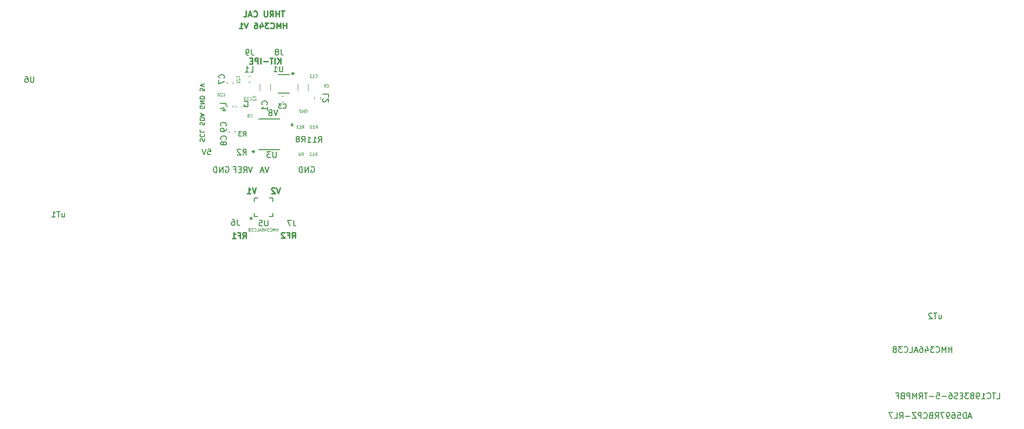
<source format=gbr>
%TF.GenerationSoftware,KiCad,Pcbnew,5.1.5-52549c5~84~ubuntu18.04.1*%
%TF.CreationDate,2020-02-04T18:59:04+01:00*%
%TF.ProjectId,HMC_RF_IPE,484d435f-5246-45f4-9950-452e6b696361,rev?*%
%TF.SameCoordinates,Original*%
%TF.FileFunction,Legend,Bot*%
%TF.FilePolarity,Positive*%
%FSLAX46Y46*%
G04 Gerber Fmt 4.6, Leading zero omitted, Abs format (unit mm)*
G04 Created by KiCad (PCBNEW 5.1.5-52549c5~84~ubuntu18.04.1) date 2020-02-04 18:59:04*
%MOMM*%
%LPD*%
G04 APERTURE LIST*
%ADD10C,0.250000*%
%ADD11C,0.200000*%
%ADD12C,0.125000*%
%ADD13C,0.152400*%
%ADD14C,0.120000*%
%ADD15C,0.150000*%
G04 APERTURE END LIST*
D10*
X141052933Y-89035580D02*
X140719600Y-90035580D01*
X140386267Y-89035580D01*
X139529124Y-90035580D02*
X140100552Y-90035580D01*
X139814838Y-90035580D02*
X139814838Y-89035580D01*
X139910076Y-89178438D01*
X140005314Y-89273676D01*
X140100552Y-89321295D01*
X145262933Y-88985580D02*
X144929600Y-89985580D01*
X144596267Y-88985580D01*
X144310552Y-89080819D02*
X144262933Y-89033200D01*
X144167695Y-88985580D01*
X143929600Y-88985580D01*
X143834362Y-89033200D01*
X143786743Y-89080819D01*
X143739124Y-89176057D01*
X143739124Y-89271295D01*
X143786743Y-89414152D01*
X144358171Y-89985580D01*
X143739124Y-89985580D01*
X146344838Y-61335580D02*
X146344838Y-60335580D01*
X146344838Y-60811771D02*
X145773410Y-60811771D01*
X145773410Y-61335580D02*
X145773410Y-60335580D01*
X145297219Y-61335580D02*
X145297219Y-60335580D01*
X144963886Y-61049866D01*
X144630552Y-60335580D01*
X144630552Y-61335580D01*
X143582933Y-61240342D02*
X143630552Y-61287961D01*
X143773410Y-61335580D01*
X143868648Y-61335580D01*
X144011505Y-61287961D01*
X144106743Y-61192723D01*
X144154362Y-61097485D01*
X144201981Y-60907009D01*
X144201981Y-60764152D01*
X144154362Y-60573676D01*
X144106743Y-60478438D01*
X144011505Y-60383200D01*
X143868648Y-60335580D01*
X143773410Y-60335580D01*
X143630552Y-60383200D01*
X143582933Y-60430819D01*
X143249600Y-60335580D02*
X142630552Y-60335580D01*
X142963886Y-60716533D01*
X142821029Y-60716533D01*
X142725790Y-60764152D01*
X142678171Y-60811771D01*
X142630552Y-60907009D01*
X142630552Y-61145104D01*
X142678171Y-61240342D01*
X142725790Y-61287961D01*
X142821029Y-61335580D01*
X143106743Y-61335580D01*
X143201981Y-61287961D01*
X143249600Y-61240342D01*
X141773410Y-60668914D02*
X141773410Y-61335580D01*
X142011505Y-60287961D02*
X142249600Y-61002247D01*
X141630552Y-61002247D01*
X140821029Y-60335580D02*
X141011505Y-60335580D01*
X141106743Y-60383200D01*
X141154362Y-60430819D01*
X141249600Y-60573676D01*
X141297219Y-60764152D01*
X141297219Y-61145104D01*
X141249600Y-61240342D01*
X141201981Y-61287961D01*
X141106743Y-61335580D01*
X140916267Y-61335580D01*
X140821029Y-61287961D01*
X140773410Y-61240342D01*
X140725790Y-61145104D01*
X140725790Y-60907009D01*
X140773410Y-60811771D01*
X140821029Y-60764152D01*
X140916267Y-60716533D01*
X141106743Y-60716533D01*
X141201981Y-60764152D01*
X141249600Y-60811771D01*
X141297219Y-60907009D01*
X139678171Y-60335580D02*
X139344838Y-61335580D01*
X139011505Y-60335580D01*
X138154362Y-61335580D02*
X138725790Y-61335580D01*
X138440076Y-61335580D02*
X138440076Y-60335580D01*
X138535314Y-60478438D01*
X138630552Y-60573676D01*
X138725790Y-60621295D01*
X145333886Y-67485580D02*
X145333886Y-66485580D01*
X144762457Y-67485580D02*
X145191029Y-66914152D01*
X144762457Y-66485580D02*
X145333886Y-67057009D01*
X144333886Y-67485580D02*
X144333886Y-66485580D01*
X144000552Y-66485580D02*
X143429124Y-66485580D01*
X143714838Y-67485580D02*
X143714838Y-66485580D01*
X143095790Y-67104628D02*
X142333886Y-67104628D01*
X141857695Y-67485580D02*
X141857695Y-66485580D01*
X141381505Y-67485580D02*
X141381505Y-66485580D01*
X141000552Y-66485580D01*
X140905314Y-66533200D01*
X140857695Y-66580819D01*
X140810076Y-66676057D01*
X140810076Y-66818914D01*
X140857695Y-66914152D01*
X140905314Y-66961771D01*
X141000552Y-67009390D01*
X141381505Y-67009390D01*
X140381505Y-66961771D02*
X140048171Y-66961771D01*
X139905314Y-67485580D02*
X140381505Y-67485580D01*
X140381505Y-66485580D01*
X139905314Y-66485580D01*
X145971029Y-58295580D02*
X145399600Y-58295580D01*
X145685314Y-59295580D02*
X145685314Y-58295580D01*
X145066267Y-59295580D02*
X145066267Y-58295580D01*
X145066267Y-58771771D02*
X144494838Y-58771771D01*
X144494838Y-59295580D02*
X144494838Y-58295580D01*
X143447219Y-59295580D02*
X143780552Y-58819390D01*
X144018648Y-59295580D02*
X144018648Y-58295580D01*
X143637695Y-58295580D01*
X143542457Y-58343200D01*
X143494838Y-58390819D01*
X143447219Y-58486057D01*
X143447219Y-58628914D01*
X143494838Y-58724152D01*
X143542457Y-58771771D01*
X143637695Y-58819390D01*
X144018648Y-58819390D01*
X143018648Y-58295580D02*
X143018648Y-59105104D01*
X142971029Y-59200342D01*
X142923410Y-59247961D01*
X142828171Y-59295580D01*
X142637695Y-59295580D01*
X142542457Y-59247961D01*
X142494838Y-59200342D01*
X142447219Y-59105104D01*
X142447219Y-58295580D01*
X140637695Y-59200342D02*
X140685314Y-59247961D01*
X140828171Y-59295580D01*
X140923410Y-59295580D01*
X141066267Y-59247961D01*
X141161505Y-59152723D01*
X141209124Y-59057485D01*
X141256743Y-58867009D01*
X141256743Y-58724152D01*
X141209124Y-58533676D01*
X141161505Y-58438438D01*
X141066267Y-58343200D01*
X140923410Y-58295580D01*
X140828171Y-58295580D01*
X140685314Y-58343200D01*
X140637695Y-58390819D01*
X140256743Y-59009866D02*
X139780552Y-59009866D01*
X140351981Y-59295580D02*
X140018648Y-58295580D01*
X139685314Y-59295580D01*
X138875790Y-59295580D02*
X139351981Y-59295580D01*
X139351981Y-58295580D01*
D11*
X131399600Y-80911295D02*
X131361505Y-80797009D01*
X131361505Y-80606533D01*
X131399600Y-80530342D01*
X131437695Y-80492247D01*
X131513886Y-80454152D01*
X131590076Y-80454152D01*
X131666267Y-80492247D01*
X131704362Y-80530342D01*
X131742457Y-80606533D01*
X131780552Y-80758914D01*
X131818648Y-80835104D01*
X131856743Y-80873200D01*
X131932933Y-80911295D01*
X132009124Y-80911295D01*
X132085314Y-80873200D01*
X132123410Y-80835104D01*
X132161505Y-80758914D01*
X132161505Y-80568438D01*
X132123410Y-80454152D01*
X131437695Y-79654152D02*
X131399600Y-79692247D01*
X131361505Y-79806533D01*
X131361505Y-79882723D01*
X131399600Y-79997009D01*
X131475790Y-80073200D01*
X131551981Y-80111295D01*
X131704362Y-80149390D01*
X131818648Y-80149390D01*
X131971029Y-80111295D01*
X132047219Y-80073200D01*
X132123410Y-79997009D01*
X132161505Y-79882723D01*
X132161505Y-79806533D01*
X132123410Y-79692247D01*
X132085314Y-79654152D01*
X131361505Y-78930342D02*
X131361505Y-79311295D01*
X132161505Y-79311295D01*
X131399600Y-78092247D02*
X131361505Y-77977961D01*
X131361505Y-77787485D01*
X131399600Y-77711295D01*
X131437695Y-77673200D01*
X131513886Y-77635104D01*
X131590076Y-77635104D01*
X131666267Y-77673200D01*
X131704362Y-77711295D01*
X131742457Y-77787485D01*
X131780552Y-77939866D01*
X131818648Y-78016057D01*
X131856743Y-78054152D01*
X131932933Y-78092247D01*
X132009124Y-78092247D01*
X132085314Y-78054152D01*
X132123410Y-78016057D01*
X132161505Y-77939866D01*
X132161505Y-77749390D01*
X132123410Y-77635104D01*
X131361505Y-77292247D02*
X132161505Y-77292247D01*
X132161505Y-77101771D01*
X132123410Y-76987485D01*
X132047219Y-76911295D01*
X131971029Y-76873200D01*
X131818648Y-76835104D01*
X131704362Y-76835104D01*
X131551981Y-76873200D01*
X131475790Y-76911295D01*
X131399600Y-76987485D01*
X131361505Y-77101771D01*
X131361505Y-77292247D01*
X131590076Y-76530342D02*
X131590076Y-76149390D01*
X131361505Y-76606533D02*
X132161505Y-76339866D01*
X131361505Y-76073200D01*
X132123410Y-74777961D02*
X132161505Y-74854152D01*
X132161505Y-74968438D01*
X132123410Y-75082723D01*
X132047219Y-75158914D01*
X131971029Y-75197009D01*
X131818648Y-75235104D01*
X131704362Y-75235104D01*
X131551981Y-75197009D01*
X131475790Y-75158914D01*
X131399600Y-75082723D01*
X131361505Y-74968438D01*
X131361505Y-74892247D01*
X131399600Y-74777961D01*
X131437695Y-74739866D01*
X131704362Y-74739866D01*
X131704362Y-74892247D01*
X131361505Y-74397009D02*
X132161505Y-74397009D01*
X131361505Y-73939866D01*
X132161505Y-73939866D01*
X131361505Y-73558914D02*
X132161505Y-73558914D01*
X132161505Y-73368438D01*
X132123410Y-73254152D01*
X132047219Y-73177961D01*
X131971029Y-73139866D01*
X131818648Y-73101771D01*
X131704362Y-73101771D01*
X131551981Y-73139866D01*
X131475790Y-73177961D01*
X131399600Y-73254152D01*
X131361505Y-73368438D01*
X131361505Y-73558914D01*
X132161505Y-71768438D02*
X132161505Y-72149390D01*
X131780552Y-72187485D01*
X131818648Y-72149390D01*
X131856743Y-72073200D01*
X131856743Y-71882723D01*
X131818648Y-71806533D01*
X131780552Y-71768438D01*
X131704362Y-71730342D01*
X131513886Y-71730342D01*
X131437695Y-71768438D01*
X131399600Y-71806533D01*
X131361505Y-71882723D01*
X131361505Y-72073200D01*
X131399600Y-72149390D01*
X131437695Y-72187485D01*
X132161505Y-71501771D02*
X131361505Y-71235104D01*
X132161505Y-70968438D01*
D12*
X144861029Y-96539390D02*
X144861029Y-96039390D01*
X144861029Y-96277485D02*
X144575314Y-96277485D01*
X144575314Y-96539390D02*
X144575314Y-96039390D01*
X144337219Y-96539390D02*
X144337219Y-96039390D01*
X144170552Y-96396533D01*
X144003886Y-96039390D01*
X144003886Y-96539390D01*
X143480076Y-96491771D02*
X143503886Y-96515580D01*
X143575314Y-96539390D01*
X143622933Y-96539390D01*
X143694362Y-96515580D01*
X143741981Y-96467961D01*
X143765790Y-96420342D01*
X143789600Y-96325104D01*
X143789600Y-96253676D01*
X143765790Y-96158438D01*
X143741981Y-96110819D01*
X143694362Y-96063200D01*
X143622933Y-96039390D01*
X143575314Y-96039390D01*
X143503886Y-96063200D01*
X143480076Y-96087009D01*
X143313410Y-96039390D02*
X143003886Y-96039390D01*
X143170552Y-96229866D01*
X143099124Y-96229866D01*
X143051505Y-96253676D01*
X143027695Y-96277485D01*
X143003886Y-96325104D01*
X143003886Y-96444152D01*
X143027695Y-96491771D01*
X143051505Y-96515580D01*
X143099124Y-96539390D01*
X143241981Y-96539390D01*
X143289600Y-96515580D01*
X143313410Y-96491771D01*
X142575314Y-96206057D02*
X142575314Y-96539390D01*
X142694362Y-96015580D02*
X142813410Y-96372723D01*
X142503886Y-96372723D01*
X142099124Y-96039390D02*
X142194362Y-96039390D01*
X142241981Y-96063200D01*
X142265790Y-96087009D01*
X142313410Y-96158438D01*
X142337219Y-96253676D01*
X142337219Y-96444152D01*
X142313410Y-96491771D01*
X142289600Y-96515580D01*
X142241981Y-96539390D01*
X142146743Y-96539390D01*
X142099124Y-96515580D01*
X142075314Y-96491771D01*
X142051505Y-96444152D01*
X142051505Y-96325104D01*
X142075314Y-96277485D01*
X142099124Y-96253676D01*
X142146743Y-96229866D01*
X142241981Y-96229866D01*
X142289600Y-96253676D01*
X142313410Y-96277485D01*
X142337219Y-96325104D01*
X141861029Y-96396533D02*
X141622933Y-96396533D01*
X141908648Y-96539390D02*
X141741981Y-96039390D01*
X141575314Y-96539390D01*
X141170552Y-96539390D02*
X141408648Y-96539390D01*
X141408648Y-96039390D01*
X140718171Y-96491771D02*
X140741981Y-96515580D01*
X140813410Y-96539390D01*
X140861029Y-96539390D01*
X140932457Y-96515580D01*
X140980076Y-96467961D01*
X141003886Y-96420342D01*
X141027695Y-96325104D01*
X141027695Y-96253676D01*
X141003886Y-96158438D01*
X140980076Y-96110819D01*
X140932457Y-96063200D01*
X140861029Y-96039390D01*
X140813410Y-96039390D01*
X140741981Y-96063200D01*
X140718171Y-96087009D01*
X140551505Y-96039390D02*
X140241981Y-96039390D01*
X140408648Y-96229866D01*
X140337219Y-96229866D01*
X140289600Y-96253676D01*
X140265790Y-96277485D01*
X140241981Y-96325104D01*
X140241981Y-96444152D01*
X140265790Y-96491771D01*
X140289600Y-96515580D01*
X140337219Y-96539390D01*
X140480076Y-96539390D01*
X140527695Y-96515580D01*
X140551505Y-96491771D01*
X139861029Y-96277485D02*
X139789600Y-96301295D01*
X139765790Y-96325104D01*
X139741981Y-96372723D01*
X139741981Y-96444152D01*
X139765790Y-96491771D01*
X139789600Y-96515580D01*
X139837219Y-96539390D01*
X140027695Y-96539390D01*
X140027695Y-96039390D01*
X139861029Y-96039390D01*
X139813410Y-96063200D01*
X139789600Y-96087009D01*
X139765790Y-96134628D01*
X139765790Y-96182247D01*
X139789600Y-96229866D01*
X139813410Y-96253676D01*
X139861029Y-96277485D01*
X140027695Y-96277485D01*
D10*
X138748648Y-97775580D02*
X139081981Y-97299390D01*
X139320076Y-97775580D02*
X139320076Y-96775580D01*
X138939124Y-96775580D01*
X138843886Y-96823200D01*
X138796267Y-96870819D01*
X138748648Y-96966057D01*
X138748648Y-97108914D01*
X138796267Y-97204152D01*
X138843886Y-97251771D01*
X138939124Y-97299390D01*
X139320076Y-97299390D01*
X137986743Y-97251771D02*
X138320076Y-97251771D01*
X138320076Y-97775580D02*
X138320076Y-96775580D01*
X137843886Y-96775580D01*
X136939124Y-97775580D02*
X137510552Y-97775580D01*
X137224838Y-97775580D02*
X137224838Y-96775580D01*
X137320076Y-96918438D01*
X137415314Y-97013676D01*
X137510552Y-97061295D01*
X147258648Y-97755580D02*
X147591981Y-97279390D01*
X147830076Y-97755580D02*
X147830076Y-96755580D01*
X147449124Y-96755580D01*
X147353886Y-96803200D01*
X147306267Y-96850819D01*
X147258648Y-96946057D01*
X147258648Y-97088914D01*
X147306267Y-97184152D01*
X147353886Y-97231771D01*
X147449124Y-97279390D01*
X147830076Y-97279390D01*
X146496743Y-97231771D02*
X146830076Y-97231771D01*
X146830076Y-97755580D02*
X146830076Y-96755580D01*
X146353886Y-96755580D01*
X146020552Y-96850819D02*
X145972933Y-96803200D01*
X145877695Y-96755580D01*
X145639600Y-96755580D01*
X145544362Y-96803200D01*
X145496743Y-96850819D01*
X145449124Y-96946057D01*
X145449124Y-97041295D01*
X145496743Y-97184152D01*
X146068171Y-97755580D01*
X145449124Y-97755580D01*
D13*
%TO.C,U5*%
X140746410Y-90746200D02*
X141388271Y-90746200D01*
X144000410Y-90746200D02*
X144000410Y-91388061D01*
X144000410Y-94000200D02*
X143358549Y-94000200D01*
X140746410Y-94000200D02*
X140746410Y-93358339D01*
X141388271Y-94000200D02*
X140746410Y-94000200D01*
X140746410Y-91388061D02*
X140746410Y-90746200D01*
X143358549Y-90746200D02*
X144000410Y-90746200D01*
X144000410Y-93358339D02*
X144000410Y-94000200D01*
D14*
%TO.C,C12*%
X150113410Y-70931136D02*
X150113410Y-72135264D01*
X148293410Y-70931136D02*
X148293410Y-72135264D01*
%TO.C,L2*%
X151203410Y-73575979D02*
X151203410Y-73250421D01*
X152223410Y-73575979D02*
X152223410Y-73250421D01*
%TO.C,L1*%
X139720631Y-70625700D02*
X140046189Y-70625700D01*
X139720631Y-69605700D02*
X140046189Y-69605700D01*
%TO.C,L4*%
X137053410Y-74720421D02*
X137053410Y-75045979D01*
X136033410Y-74720421D02*
X136033410Y-75045979D01*
%TO.C,L3*%
X138593410Y-74730421D02*
X138593410Y-75055979D01*
X137573410Y-74730421D02*
X137573410Y-75055979D01*
D13*
%TO.C,U3*%
X147161410Y-78280699D02*
X147415410Y-78280699D01*
X147161410Y-77899699D02*
X147161410Y-78280699D01*
X147415410Y-77899699D02*
X147161410Y-77899699D01*
X147415410Y-78280699D02*
X147415410Y-77899699D01*
X145190834Y-82394900D02*
X141511986Y-82394900D01*
X141511986Y-77035500D02*
X145190834Y-77035500D01*
D14*
%TO.C,C1*%
X143523410Y-70941136D02*
X143523410Y-72145264D01*
X141703410Y-70941136D02*
X141703410Y-72145264D01*
D13*
%TO.C,U1*%
X144890110Y-69388400D02*
X146896710Y-69388400D01*
X146896710Y-72538000D02*
X144890110Y-72538000D01*
D14*
%TO.C,C3*%
X145826189Y-74093200D02*
X145500631Y-74093200D01*
X145826189Y-73073200D02*
X145500631Y-73073200D01*
%TO.C,C7*%
X136023410Y-70935979D02*
X136023410Y-70610421D01*
X137043410Y-70935979D02*
X137043410Y-70610421D01*
%TO.C,C8*%
X137413410Y-79060421D02*
X137413410Y-79385979D01*
X136393410Y-79060421D02*
X136393410Y-79385979D01*
%TO.C,uT1*%
D15*
X107406267Y-93438914D02*
X107406267Y-94105580D01*
X107834838Y-93438914D02*
X107834838Y-93962723D01*
X107787219Y-94057961D01*
X107691981Y-94105580D01*
X107549124Y-94105580D01*
X107453886Y-94057961D01*
X107406267Y-94010342D01*
X107072933Y-93105580D02*
X106501505Y-93105580D01*
X106787219Y-94105580D02*
X106787219Y-93105580D01*
X105644362Y-94105580D02*
X106215790Y-94105580D01*
X105930076Y-94105580D02*
X105930076Y-93105580D01*
X106025314Y-93248438D01*
X106120552Y-93343676D01*
X106215790Y-93391295D01*
%TO.C,J9*%
X140286743Y-64975580D02*
X140286743Y-65689866D01*
X140334362Y-65832723D01*
X140429600Y-65927961D01*
X140572457Y-65975580D01*
X140667695Y-65975580D01*
X139762933Y-65975580D02*
X139572457Y-65975580D01*
X139477219Y-65927961D01*
X139429600Y-65880342D01*
X139334362Y-65737485D01*
X139286743Y-65547009D01*
X139286743Y-65166057D01*
X139334362Y-65070819D01*
X139381981Y-65023200D01*
X139477219Y-64975580D01*
X139667695Y-64975580D01*
X139762933Y-65023200D01*
X139810552Y-65070819D01*
X139858171Y-65166057D01*
X139858171Y-65404152D01*
X139810552Y-65499390D01*
X139762933Y-65547009D01*
X139667695Y-65594628D01*
X139477219Y-65594628D01*
X139381981Y-65547009D01*
X139334362Y-65499390D01*
X139286743Y-65404152D01*
%TO.C,J6*%
X137816743Y-94535580D02*
X137816743Y-95249866D01*
X137864362Y-95392723D01*
X137959600Y-95487961D01*
X138102457Y-95535580D01*
X138197695Y-95535580D01*
X136911981Y-94535580D02*
X137102457Y-94535580D01*
X137197695Y-94583200D01*
X137245314Y-94630819D01*
X137340552Y-94773676D01*
X137388171Y-94964152D01*
X137388171Y-95345104D01*
X137340552Y-95440342D01*
X137292933Y-95487961D01*
X137197695Y-95535580D01*
X137007219Y-95535580D01*
X136911981Y-95487961D01*
X136864362Y-95440342D01*
X136816743Y-95345104D01*
X136816743Y-95107009D01*
X136864362Y-95011771D01*
X136911981Y-94964152D01*
X137007219Y-94916533D01*
X137197695Y-94916533D01*
X137292933Y-94964152D01*
X137340552Y-95011771D01*
X137388171Y-95107009D01*
%TO.C,J7*%
X147586743Y-94625580D02*
X147586743Y-95339866D01*
X147634362Y-95482723D01*
X147729600Y-95577961D01*
X147872457Y-95625580D01*
X147967695Y-95625580D01*
X147205790Y-94625580D02*
X146539124Y-94625580D01*
X146967695Y-95625580D01*
%TO.C,J8*%
X145386743Y-64935580D02*
X145386743Y-65649866D01*
X145434362Y-65792723D01*
X145529600Y-65887961D01*
X145672457Y-65935580D01*
X145767695Y-65935580D01*
X144767695Y-65364152D02*
X144862933Y-65316533D01*
X144910552Y-65268914D01*
X144958171Y-65173676D01*
X144958171Y-65126057D01*
X144910552Y-65030819D01*
X144862933Y-64983200D01*
X144767695Y-64935580D01*
X144577219Y-64935580D01*
X144481981Y-64983200D01*
X144434362Y-65030819D01*
X144386743Y-65126057D01*
X144386743Y-65173676D01*
X144434362Y-65268914D01*
X144481981Y-65316533D01*
X144577219Y-65364152D01*
X144767695Y-65364152D01*
X144862933Y-65411771D01*
X144910552Y-65459390D01*
X144958171Y-65554628D01*
X144958171Y-65745104D01*
X144910552Y-65840342D01*
X144862933Y-65887961D01*
X144767695Y-65935580D01*
X144577219Y-65935580D01*
X144481981Y-65887961D01*
X144434362Y-65840342D01*
X144386743Y-65745104D01*
X144386743Y-65554628D01*
X144434362Y-65459390D01*
X144481981Y-65411771D01*
X144577219Y-65364152D01*
%TO.C,U6*%
X102525314Y-69685580D02*
X102525314Y-70495104D01*
X102477695Y-70590342D01*
X102430076Y-70637961D01*
X102334838Y-70685580D01*
X102144362Y-70685580D01*
X102049124Y-70637961D01*
X102001505Y-70590342D01*
X101953886Y-70495104D01*
X101953886Y-69685580D01*
X101049124Y-69685580D02*
X101239600Y-69685580D01*
X101334838Y-69733200D01*
X101382457Y-69780819D01*
X101477695Y-69923676D01*
X101525314Y-70114152D01*
X101525314Y-70495104D01*
X101477695Y-70590342D01*
X101430076Y-70637961D01*
X101334838Y-70685580D01*
X101144362Y-70685580D01*
X101049124Y-70637961D01*
X101001505Y-70590342D01*
X100953886Y-70495104D01*
X100953886Y-70257009D01*
X101001505Y-70161771D01*
X101049124Y-70114152D01*
X101144362Y-70066533D01*
X101334838Y-70066533D01*
X101430076Y-70114152D01*
X101477695Y-70161771D01*
X101525314Y-70257009D01*
%TO.C,U5*%
X143135314Y-94625580D02*
X143135314Y-95435104D01*
X143087695Y-95530342D01*
X143040076Y-95577961D01*
X142944838Y-95625580D01*
X142754362Y-95625580D01*
X142659124Y-95577961D01*
X142611505Y-95530342D01*
X142563886Y-95435104D01*
X142563886Y-94625580D01*
X141611505Y-94625580D02*
X142087695Y-94625580D01*
X142135314Y-95101771D01*
X142087695Y-95054152D01*
X141992457Y-95006533D01*
X141754362Y-95006533D01*
X141659124Y-95054152D01*
X141611505Y-95101771D01*
X141563886Y-95197009D01*
X141563886Y-95435104D01*
X141611505Y-95530342D01*
X141659124Y-95577961D01*
X141754362Y-95625580D01*
X141992457Y-95625580D01*
X142087695Y-95577961D01*
X142135314Y-95530342D01*
X261788648Y-117585580D02*
X261788648Y-116585580D01*
X261788648Y-117061771D02*
X261217219Y-117061771D01*
X261217219Y-117585580D02*
X261217219Y-116585580D01*
X260741029Y-117585580D02*
X260741029Y-116585580D01*
X260407695Y-117299866D01*
X260074362Y-116585580D01*
X260074362Y-117585580D01*
X259026743Y-117490342D02*
X259074362Y-117537961D01*
X259217219Y-117585580D01*
X259312457Y-117585580D01*
X259455314Y-117537961D01*
X259550552Y-117442723D01*
X259598171Y-117347485D01*
X259645790Y-117157009D01*
X259645790Y-117014152D01*
X259598171Y-116823676D01*
X259550552Y-116728438D01*
X259455314Y-116633200D01*
X259312457Y-116585580D01*
X259217219Y-116585580D01*
X259074362Y-116633200D01*
X259026743Y-116680819D01*
X258693410Y-116585580D02*
X258074362Y-116585580D01*
X258407695Y-116966533D01*
X258264838Y-116966533D01*
X258169600Y-117014152D01*
X258121981Y-117061771D01*
X258074362Y-117157009D01*
X258074362Y-117395104D01*
X258121981Y-117490342D01*
X258169600Y-117537961D01*
X258264838Y-117585580D01*
X258550552Y-117585580D01*
X258645790Y-117537961D01*
X258693410Y-117490342D01*
X257217219Y-116918914D02*
X257217219Y-117585580D01*
X257455314Y-116537961D02*
X257693410Y-117252247D01*
X257074362Y-117252247D01*
X256264838Y-116585580D02*
X256455314Y-116585580D01*
X256550552Y-116633200D01*
X256598171Y-116680819D01*
X256693410Y-116823676D01*
X256741029Y-117014152D01*
X256741029Y-117395104D01*
X256693410Y-117490342D01*
X256645790Y-117537961D01*
X256550552Y-117585580D01*
X256360076Y-117585580D01*
X256264838Y-117537961D01*
X256217219Y-117490342D01*
X256169600Y-117395104D01*
X256169600Y-117157009D01*
X256217219Y-117061771D01*
X256264838Y-117014152D01*
X256360076Y-116966533D01*
X256550552Y-116966533D01*
X256645790Y-117014152D01*
X256693410Y-117061771D01*
X256741029Y-117157009D01*
X255788648Y-117299866D02*
X255312457Y-117299866D01*
X255883886Y-117585580D02*
X255550552Y-116585580D01*
X255217219Y-117585580D01*
X254407695Y-117585580D02*
X254883886Y-117585580D01*
X254883886Y-116585580D01*
X253502933Y-117490342D02*
X253550552Y-117537961D01*
X253693410Y-117585580D01*
X253788648Y-117585580D01*
X253931505Y-117537961D01*
X254026743Y-117442723D01*
X254074362Y-117347485D01*
X254121981Y-117157009D01*
X254121981Y-117014152D01*
X254074362Y-116823676D01*
X254026743Y-116728438D01*
X253931505Y-116633200D01*
X253788648Y-116585580D01*
X253693410Y-116585580D01*
X253550552Y-116633200D01*
X253502933Y-116680819D01*
X253169600Y-116585580D02*
X252550552Y-116585580D01*
X252883886Y-116966533D01*
X252741029Y-116966533D01*
X252645790Y-117014152D01*
X252598171Y-117061771D01*
X252550552Y-117157009D01*
X252550552Y-117395104D01*
X252598171Y-117490342D01*
X252645790Y-117537961D01*
X252741029Y-117585580D01*
X253026743Y-117585580D01*
X253121981Y-117537961D01*
X253169600Y-117490342D01*
X251788648Y-117061771D02*
X251645790Y-117109390D01*
X251598171Y-117157009D01*
X251550552Y-117252247D01*
X251550552Y-117395104D01*
X251598171Y-117490342D01*
X251645790Y-117537961D01*
X251741029Y-117585580D01*
X252121981Y-117585580D01*
X252121981Y-116585580D01*
X251788648Y-116585580D01*
X251693410Y-116633200D01*
X251645790Y-116680819D01*
X251598171Y-116776057D01*
X251598171Y-116871295D01*
X251645790Y-116966533D01*
X251693410Y-117014152D01*
X251788648Y-117061771D01*
X252121981Y-117061771D01*
X140223410Y-94095580D02*
X140223410Y-94333676D01*
X140461505Y-94238438D02*
X140223410Y-94333676D01*
X139985314Y-94238438D01*
X140366267Y-94524152D02*
X140223410Y-94333676D01*
X140080552Y-94524152D01*
X140223410Y-94095580D02*
X140223410Y-94333676D01*
X140461505Y-94238438D02*
X140223410Y-94333676D01*
X139985314Y-94238438D01*
X140366267Y-94524152D02*
X140223410Y-94333676D01*
X140080552Y-94524152D01*
%TO.C,uT2*%
X259516267Y-111108914D02*
X259516267Y-111775580D01*
X259944838Y-111108914D02*
X259944838Y-111632723D01*
X259897219Y-111727961D01*
X259801981Y-111775580D01*
X259659124Y-111775580D01*
X259563886Y-111727961D01*
X259516267Y-111680342D01*
X259182933Y-110775580D02*
X258611505Y-110775580D01*
X258897219Y-111775580D02*
X258897219Y-110775580D01*
X258325790Y-110870819D02*
X258278171Y-110823200D01*
X258182933Y-110775580D01*
X257944838Y-110775580D01*
X257849600Y-110823200D01*
X257801981Y-110870819D01*
X257754362Y-110966057D01*
X257754362Y-111061295D01*
X257801981Y-111204152D01*
X258373410Y-111775580D01*
X257754362Y-111775580D01*
%TO.C,GND*%
D12*
X149604362Y-75448200D02*
X149651981Y-75424390D01*
X149723410Y-75424390D01*
X149794838Y-75448200D01*
X149842457Y-75495819D01*
X149866267Y-75543438D01*
X149890076Y-75638676D01*
X149890076Y-75710104D01*
X149866267Y-75805342D01*
X149842457Y-75852961D01*
X149794838Y-75900580D01*
X149723410Y-75924390D01*
X149675790Y-75924390D01*
X149604362Y-75900580D01*
X149580552Y-75876771D01*
X149580552Y-75710104D01*
X149675790Y-75710104D01*
X149366267Y-75924390D02*
X149366267Y-75424390D01*
X149080552Y-75924390D01*
X149080552Y-75424390D01*
X148842457Y-75924390D02*
X148842457Y-75424390D01*
X148723410Y-75424390D01*
X148651981Y-75448200D01*
X148604362Y-75495819D01*
X148580552Y-75543438D01*
X148556743Y-75638676D01*
X148556743Y-75710104D01*
X148580552Y-75805342D01*
X148604362Y-75852961D01*
X148651981Y-75900580D01*
X148723410Y-75924390D01*
X148842457Y-75924390D01*
%TO.C,C23*%
X139924838Y-73741771D02*
X139948648Y-73765580D01*
X140020076Y-73789390D01*
X140067695Y-73789390D01*
X140139124Y-73765580D01*
X140186743Y-73717961D01*
X140210552Y-73670342D01*
X140234362Y-73575104D01*
X140234362Y-73503676D01*
X140210552Y-73408438D01*
X140186743Y-73360819D01*
X140139124Y-73313200D01*
X140067695Y-73289390D01*
X140020076Y-73289390D01*
X139948648Y-73313200D01*
X139924838Y-73337009D01*
X139734362Y-73337009D02*
X139710552Y-73313200D01*
X139662933Y-73289390D01*
X139543886Y-73289390D01*
X139496267Y-73313200D01*
X139472457Y-73337009D01*
X139448648Y-73384628D01*
X139448648Y-73432247D01*
X139472457Y-73503676D01*
X139758171Y-73789390D01*
X139448648Y-73789390D01*
X139281981Y-73289390D02*
X138972457Y-73289390D01*
X139139124Y-73479866D01*
X139067695Y-73479866D01*
X139020076Y-73503676D01*
X138996267Y-73527485D01*
X138972457Y-73575104D01*
X138972457Y-73694152D01*
X138996267Y-73741771D01*
X139020076Y-73765580D01*
X139067695Y-73789390D01*
X139210552Y-73789390D01*
X139258171Y-73765580D01*
X139281981Y-73741771D01*
%TO.C,C22*%
X138131981Y-69881771D02*
X138155790Y-69857961D01*
X138179600Y-69786533D01*
X138179600Y-69738914D01*
X138155790Y-69667485D01*
X138108171Y-69619866D01*
X138060552Y-69596057D01*
X137965314Y-69572247D01*
X137893886Y-69572247D01*
X137798648Y-69596057D01*
X137751029Y-69619866D01*
X137703410Y-69667485D01*
X137679600Y-69738914D01*
X137679600Y-69786533D01*
X137703410Y-69857961D01*
X137727219Y-69881771D01*
X137727219Y-70072247D02*
X137703410Y-70096057D01*
X137679600Y-70143676D01*
X137679600Y-70262723D01*
X137703410Y-70310342D01*
X137727219Y-70334152D01*
X137774838Y-70357961D01*
X137822457Y-70357961D01*
X137893886Y-70334152D01*
X138179600Y-70048438D01*
X138179600Y-70357961D01*
X137727219Y-70548438D02*
X137703410Y-70572247D01*
X137679600Y-70619866D01*
X137679600Y-70738914D01*
X137703410Y-70786533D01*
X137727219Y-70810342D01*
X137774838Y-70834152D01*
X137822457Y-70834152D01*
X137893886Y-70810342D01*
X138179600Y-70524628D01*
X138179600Y-70834152D01*
%TO.C,C20*%
X135324838Y-73001771D02*
X135348648Y-73025580D01*
X135420076Y-73049390D01*
X135467695Y-73049390D01*
X135539124Y-73025580D01*
X135586743Y-72977961D01*
X135610552Y-72930342D01*
X135634362Y-72835104D01*
X135634362Y-72763676D01*
X135610552Y-72668438D01*
X135586743Y-72620819D01*
X135539124Y-72573200D01*
X135467695Y-72549390D01*
X135420076Y-72549390D01*
X135348648Y-72573200D01*
X135324838Y-72597009D01*
X135134362Y-72597009D02*
X135110552Y-72573200D01*
X135062933Y-72549390D01*
X134943886Y-72549390D01*
X134896267Y-72573200D01*
X134872457Y-72597009D01*
X134848648Y-72644628D01*
X134848648Y-72692247D01*
X134872457Y-72763676D01*
X135158171Y-73049390D01*
X134848648Y-73049390D01*
X134539124Y-72549390D02*
X134491505Y-72549390D01*
X134443886Y-72573200D01*
X134420076Y-72597009D01*
X134396267Y-72644628D01*
X134372457Y-72739866D01*
X134372457Y-72858914D01*
X134396267Y-72954152D01*
X134420076Y-73001771D01*
X134443886Y-73025580D01*
X134491505Y-73049390D01*
X134539124Y-73049390D01*
X134586743Y-73025580D01*
X134610552Y-73001771D01*
X134634362Y-72954152D01*
X134658171Y-72858914D01*
X134658171Y-72739866D01*
X134634362Y-72644628D01*
X134610552Y-72597009D01*
X134586743Y-72573200D01*
X134539124Y-72549390D01*
%TO.C,C12*%
X151344838Y-69776771D02*
X151368648Y-69800580D01*
X151440076Y-69824390D01*
X151487695Y-69824390D01*
X151559124Y-69800580D01*
X151606743Y-69752961D01*
X151630552Y-69705342D01*
X151654362Y-69610104D01*
X151654362Y-69538676D01*
X151630552Y-69443438D01*
X151606743Y-69395819D01*
X151559124Y-69348200D01*
X151487695Y-69324390D01*
X151440076Y-69324390D01*
X151368648Y-69348200D01*
X151344838Y-69372009D01*
X150868648Y-69824390D02*
X151154362Y-69824390D01*
X151011505Y-69824390D02*
X151011505Y-69324390D01*
X151059124Y-69395819D01*
X151106743Y-69443438D01*
X151154362Y-69467247D01*
X150678171Y-69372009D02*
X150654362Y-69348200D01*
X150606743Y-69324390D01*
X150487695Y-69324390D01*
X150440076Y-69348200D01*
X150416267Y-69372009D01*
X150392457Y-69419628D01*
X150392457Y-69467247D01*
X150416267Y-69538676D01*
X150701981Y-69824390D01*
X150392457Y-69824390D01*
%TO.C,C5*%
X153356743Y-71501771D02*
X153380552Y-71525580D01*
X153451981Y-71549390D01*
X153499600Y-71549390D01*
X153571029Y-71525580D01*
X153618648Y-71477961D01*
X153642457Y-71430342D01*
X153666267Y-71335104D01*
X153666267Y-71263676D01*
X153642457Y-71168438D01*
X153618648Y-71120819D01*
X153571029Y-71073200D01*
X153499600Y-71049390D01*
X153451981Y-71049390D01*
X153380552Y-71073200D01*
X153356743Y-71097009D01*
X152904362Y-71049390D02*
X153142457Y-71049390D01*
X153166267Y-71287485D01*
X153142457Y-71263676D01*
X153094838Y-71239866D01*
X152975790Y-71239866D01*
X152928171Y-71263676D01*
X152904362Y-71287485D01*
X152880552Y-71335104D01*
X152880552Y-71454152D01*
X152904362Y-71501771D01*
X152928171Y-71525580D01*
X152975790Y-71549390D01*
X153094838Y-71549390D01*
X153142457Y-71525580D01*
X153166267Y-71501771D01*
%TO.C,L2*%
D15*
X153615790Y-73256533D02*
X153615790Y-72780342D01*
X152615790Y-72780342D01*
X152711029Y-73542247D02*
X152663410Y-73589866D01*
X152615790Y-73685104D01*
X152615790Y-73923200D01*
X152663410Y-74018438D01*
X152711029Y-74066057D01*
X152806267Y-74113676D01*
X152901505Y-74113676D01*
X153044362Y-74066057D01*
X153615790Y-73494628D01*
X153615790Y-74113676D01*
%TO.C,L1*%
X140040076Y-68935580D02*
X140516267Y-68935580D01*
X140516267Y-67935580D01*
X139182933Y-68935580D02*
X139754362Y-68935580D01*
X139468648Y-68935580D02*
X139468648Y-67935580D01*
X139563886Y-68078438D01*
X139659124Y-68173676D01*
X139754362Y-68221295D01*
%TO.C,L4*%
X135867790Y-74796533D02*
X135867790Y-74320342D01*
X134867790Y-74320342D01*
X135201124Y-75558438D02*
X135867790Y-75558438D01*
X134820171Y-75320342D02*
X135534457Y-75082247D01*
X135534457Y-75701295D01*
%TO.C,L3*%
X139680076Y-74336533D02*
X139680076Y-74003200D01*
X138980076Y-74003200D01*
X138980076Y-74503200D02*
X138980076Y-74936533D01*
X139246743Y-74703200D01*
X139246743Y-74803200D01*
X139280076Y-74869866D01*
X139313410Y-74903200D01*
X139380076Y-74936533D01*
X139546743Y-74936533D01*
X139613410Y-74903200D01*
X139646743Y-74869866D01*
X139680076Y-74803200D01*
X139680076Y-74603200D01*
X139646743Y-74536533D01*
X139613410Y-74503200D01*
%TO.C,U3*%
X144565314Y-82765580D02*
X144565314Y-83575104D01*
X144517695Y-83670342D01*
X144470076Y-83717961D01*
X144374838Y-83765580D01*
X144184362Y-83765580D01*
X144089124Y-83717961D01*
X144041505Y-83670342D01*
X143993886Y-83575104D01*
X143993886Y-82765580D01*
X143612933Y-82765580D02*
X142993886Y-82765580D01*
X143327219Y-83146533D01*
X143184362Y-83146533D01*
X143089124Y-83194152D01*
X143041505Y-83241771D01*
X142993886Y-83337009D01*
X142993886Y-83575104D01*
X143041505Y-83670342D01*
X143089124Y-83717961D01*
X143184362Y-83765580D01*
X143470076Y-83765580D01*
X143565314Y-83717961D01*
X143612933Y-83670342D01*
X265152457Y-128769866D02*
X264676267Y-128769866D01*
X265247695Y-129055580D02*
X264914362Y-128055580D01*
X264581029Y-129055580D01*
X264247695Y-129055580D02*
X264247695Y-128055580D01*
X264009600Y-128055580D01*
X263866743Y-128103200D01*
X263771505Y-128198438D01*
X263723886Y-128293676D01*
X263676267Y-128484152D01*
X263676267Y-128627009D01*
X263723886Y-128817485D01*
X263771505Y-128912723D01*
X263866743Y-129007961D01*
X264009600Y-129055580D01*
X264247695Y-129055580D01*
X262771505Y-128055580D02*
X263247695Y-128055580D01*
X263295314Y-128531771D01*
X263247695Y-128484152D01*
X263152457Y-128436533D01*
X262914362Y-128436533D01*
X262819124Y-128484152D01*
X262771505Y-128531771D01*
X262723886Y-128627009D01*
X262723886Y-128865104D01*
X262771505Y-128960342D01*
X262819124Y-129007961D01*
X262914362Y-129055580D01*
X263152457Y-129055580D01*
X263247695Y-129007961D01*
X263295314Y-128960342D01*
X261866743Y-128055580D02*
X262057219Y-128055580D01*
X262152457Y-128103200D01*
X262200076Y-128150819D01*
X262295314Y-128293676D01*
X262342933Y-128484152D01*
X262342933Y-128865104D01*
X262295314Y-128960342D01*
X262247695Y-129007961D01*
X262152457Y-129055580D01*
X261961981Y-129055580D01*
X261866743Y-129007961D01*
X261819124Y-128960342D01*
X261771505Y-128865104D01*
X261771505Y-128627009D01*
X261819124Y-128531771D01*
X261866743Y-128484152D01*
X261961981Y-128436533D01*
X262152457Y-128436533D01*
X262247695Y-128484152D01*
X262295314Y-128531771D01*
X262342933Y-128627009D01*
X261295314Y-129055580D02*
X261104838Y-129055580D01*
X261009600Y-129007961D01*
X260961981Y-128960342D01*
X260866743Y-128817485D01*
X260819124Y-128627009D01*
X260819124Y-128246057D01*
X260866743Y-128150819D01*
X260914362Y-128103200D01*
X261009600Y-128055580D01*
X261200076Y-128055580D01*
X261295314Y-128103200D01*
X261342933Y-128150819D01*
X261390552Y-128246057D01*
X261390552Y-128484152D01*
X261342933Y-128579390D01*
X261295314Y-128627009D01*
X261200076Y-128674628D01*
X261009600Y-128674628D01*
X260914362Y-128627009D01*
X260866743Y-128579390D01*
X260819124Y-128484152D01*
X260485790Y-128055580D02*
X259819124Y-128055580D01*
X260247695Y-129055580D01*
X258866743Y-129055580D02*
X259200076Y-128579390D01*
X259438171Y-129055580D02*
X259438171Y-128055580D01*
X259057219Y-128055580D01*
X258961981Y-128103200D01*
X258914362Y-128150819D01*
X258866743Y-128246057D01*
X258866743Y-128388914D01*
X258914362Y-128484152D01*
X258961981Y-128531771D01*
X259057219Y-128579390D01*
X259438171Y-128579390D01*
X258104838Y-128531771D02*
X257961981Y-128579390D01*
X257914362Y-128627009D01*
X257866743Y-128722247D01*
X257866743Y-128865104D01*
X257914362Y-128960342D01*
X257961981Y-129007961D01*
X258057219Y-129055580D01*
X258438171Y-129055580D01*
X258438171Y-128055580D01*
X258104838Y-128055580D01*
X258009600Y-128103200D01*
X257961981Y-128150819D01*
X257914362Y-128246057D01*
X257914362Y-128341295D01*
X257961981Y-128436533D01*
X258009600Y-128484152D01*
X258104838Y-128531771D01*
X258438171Y-128531771D01*
X256866743Y-128960342D02*
X256914362Y-129007961D01*
X257057219Y-129055580D01*
X257152457Y-129055580D01*
X257295314Y-129007961D01*
X257390552Y-128912723D01*
X257438171Y-128817485D01*
X257485790Y-128627009D01*
X257485790Y-128484152D01*
X257438171Y-128293676D01*
X257390552Y-128198438D01*
X257295314Y-128103200D01*
X257152457Y-128055580D01*
X257057219Y-128055580D01*
X256914362Y-128103200D01*
X256866743Y-128150819D01*
X256438171Y-129055580D02*
X256438171Y-128055580D01*
X256057219Y-128055580D01*
X255961981Y-128103200D01*
X255914362Y-128150819D01*
X255866743Y-128246057D01*
X255866743Y-128388914D01*
X255914362Y-128484152D01*
X255961981Y-128531771D01*
X256057219Y-128579390D01*
X256438171Y-128579390D01*
X255533410Y-128055580D02*
X254866743Y-128055580D01*
X255533410Y-129055580D01*
X254866743Y-129055580D01*
X254485790Y-128674628D02*
X253723886Y-128674628D01*
X252676267Y-129055580D02*
X253009600Y-128579390D01*
X253247695Y-129055580D02*
X253247695Y-128055580D01*
X252866743Y-128055580D01*
X252771505Y-128103200D01*
X252723886Y-128150819D01*
X252676267Y-128246057D01*
X252676267Y-128388914D01*
X252723886Y-128484152D01*
X252771505Y-128531771D01*
X252866743Y-128579390D01*
X253247695Y-128579390D01*
X251771505Y-129055580D02*
X252247695Y-129055580D01*
X252247695Y-128055580D01*
X251533410Y-128055580D02*
X250866743Y-128055580D01*
X251295314Y-129055580D01*
X140613410Y-82505580D02*
X140613410Y-82743676D01*
X140851505Y-82648438D02*
X140613410Y-82743676D01*
X140375314Y-82648438D01*
X140756267Y-82934152D02*
X140613410Y-82743676D01*
X140470552Y-82934152D01*
X140613410Y-82505580D02*
X140613410Y-82743676D01*
X140851505Y-82648438D02*
X140613410Y-82743676D01*
X140375314Y-82648438D01*
X140756267Y-82934152D02*
X140613410Y-82743676D01*
X140470552Y-82934152D01*
%TO.C,C1*%
X142940552Y-74576533D02*
X142988171Y-74528914D01*
X143035790Y-74386057D01*
X143035790Y-74290819D01*
X142988171Y-74147961D01*
X142892933Y-74052723D01*
X142797695Y-74005104D01*
X142607219Y-73957485D01*
X142464362Y-73957485D01*
X142273886Y-74005104D01*
X142178648Y-74052723D01*
X142083410Y-74147961D01*
X142035790Y-74290819D01*
X142035790Y-74386057D01*
X142083410Y-74528914D01*
X142131029Y-74576533D01*
X143035790Y-75528914D02*
X143035790Y-74957485D01*
X143035790Y-75243200D02*
X142035790Y-75243200D01*
X142178648Y-75147961D01*
X142273886Y-75052723D01*
X142321505Y-74957485D01*
%TO.C,U1*%
X145705314Y-67885580D02*
X145705314Y-68695104D01*
X145657695Y-68790342D01*
X145610076Y-68837961D01*
X145514838Y-68885580D01*
X145324362Y-68885580D01*
X145229124Y-68837961D01*
X145181505Y-68790342D01*
X145133886Y-68695104D01*
X145133886Y-67885580D01*
X144133886Y-68885580D02*
X144705314Y-68885580D01*
X144419600Y-68885580D02*
X144419600Y-67885580D01*
X144514838Y-68028438D01*
X144610076Y-68123676D01*
X144705314Y-68171295D01*
X269545600Y-125631580D02*
X270021790Y-125631580D01*
X270021790Y-124631580D01*
X269355124Y-124631580D02*
X268783695Y-124631580D01*
X269069410Y-125631580D02*
X269069410Y-124631580D01*
X267878933Y-125536342D02*
X267926552Y-125583961D01*
X268069410Y-125631580D01*
X268164648Y-125631580D01*
X268307505Y-125583961D01*
X268402743Y-125488723D01*
X268450362Y-125393485D01*
X268497981Y-125203009D01*
X268497981Y-125060152D01*
X268450362Y-124869676D01*
X268402743Y-124774438D01*
X268307505Y-124679200D01*
X268164648Y-124631580D01*
X268069410Y-124631580D01*
X267926552Y-124679200D01*
X267878933Y-124726819D01*
X266926552Y-125631580D02*
X267497981Y-125631580D01*
X267212267Y-125631580D02*
X267212267Y-124631580D01*
X267307505Y-124774438D01*
X267402743Y-124869676D01*
X267497981Y-124917295D01*
X266450362Y-125631580D02*
X266259886Y-125631580D01*
X266164648Y-125583961D01*
X266117029Y-125536342D01*
X266021790Y-125393485D01*
X265974171Y-125203009D01*
X265974171Y-124822057D01*
X266021790Y-124726819D01*
X266069410Y-124679200D01*
X266164648Y-124631580D01*
X266355124Y-124631580D01*
X266450362Y-124679200D01*
X266497981Y-124726819D01*
X266545600Y-124822057D01*
X266545600Y-125060152D01*
X266497981Y-125155390D01*
X266450362Y-125203009D01*
X266355124Y-125250628D01*
X266164648Y-125250628D01*
X266069410Y-125203009D01*
X266021790Y-125155390D01*
X265974171Y-125060152D01*
X265402743Y-125060152D02*
X265497981Y-125012533D01*
X265545600Y-124964914D01*
X265593219Y-124869676D01*
X265593219Y-124822057D01*
X265545600Y-124726819D01*
X265497981Y-124679200D01*
X265402743Y-124631580D01*
X265212267Y-124631580D01*
X265117029Y-124679200D01*
X265069410Y-124726819D01*
X265021790Y-124822057D01*
X265021790Y-124869676D01*
X265069410Y-124964914D01*
X265117029Y-125012533D01*
X265212267Y-125060152D01*
X265402743Y-125060152D01*
X265497981Y-125107771D01*
X265545600Y-125155390D01*
X265593219Y-125250628D01*
X265593219Y-125441104D01*
X265545600Y-125536342D01*
X265497981Y-125583961D01*
X265402743Y-125631580D01*
X265212267Y-125631580D01*
X265117029Y-125583961D01*
X265069410Y-125536342D01*
X265021790Y-125441104D01*
X265021790Y-125250628D01*
X265069410Y-125155390D01*
X265117029Y-125107771D01*
X265212267Y-125060152D01*
X264688457Y-124631580D02*
X264069410Y-124631580D01*
X264402743Y-125012533D01*
X264259886Y-125012533D01*
X264164648Y-125060152D01*
X264117029Y-125107771D01*
X264069410Y-125203009D01*
X264069410Y-125441104D01*
X264117029Y-125536342D01*
X264164648Y-125583961D01*
X264259886Y-125631580D01*
X264545600Y-125631580D01*
X264640838Y-125583961D01*
X264688457Y-125536342D01*
X263640838Y-125107771D02*
X263307505Y-125107771D01*
X263164648Y-125631580D02*
X263640838Y-125631580D01*
X263640838Y-124631580D01*
X263164648Y-124631580D01*
X262783695Y-125583961D02*
X262640838Y-125631580D01*
X262402743Y-125631580D01*
X262307505Y-125583961D01*
X262259886Y-125536342D01*
X262212267Y-125441104D01*
X262212267Y-125345866D01*
X262259886Y-125250628D01*
X262307505Y-125203009D01*
X262402743Y-125155390D01*
X262593219Y-125107771D01*
X262688457Y-125060152D01*
X262736076Y-125012533D01*
X262783695Y-124917295D01*
X262783695Y-124822057D01*
X262736076Y-124726819D01*
X262688457Y-124679200D01*
X262593219Y-124631580D01*
X262355124Y-124631580D01*
X262212267Y-124679200D01*
X261355124Y-124631580D02*
X261545600Y-124631580D01*
X261640838Y-124679200D01*
X261688457Y-124726819D01*
X261783695Y-124869676D01*
X261831314Y-125060152D01*
X261831314Y-125441104D01*
X261783695Y-125536342D01*
X261736076Y-125583961D01*
X261640838Y-125631580D01*
X261450362Y-125631580D01*
X261355124Y-125583961D01*
X261307505Y-125536342D01*
X261259886Y-125441104D01*
X261259886Y-125203009D01*
X261307505Y-125107771D01*
X261355124Y-125060152D01*
X261450362Y-125012533D01*
X261640838Y-125012533D01*
X261736076Y-125060152D01*
X261783695Y-125107771D01*
X261831314Y-125203009D01*
X260831314Y-125250628D02*
X260069410Y-125250628D01*
X259117029Y-124631580D02*
X259593219Y-124631580D01*
X259640838Y-125107771D01*
X259593219Y-125060152D01*
X259497981Y-125012533D01*
X259259886Y-125012533D01*
X259164648Y-125060152D01*
X259117029Y-125107771D01*
X259069410Y-125203009D01*
X259069410Y-125441104D01*
X259117029Y-125536342D01*
X259164648Y-125583961D01*
X259259886Y-125631580D01*
X259497981Y-125631580D01*
X259593219Y-125583961D01*
X259640838Y-125536342D01*
X258640838Y-125250628D02*
X257878933Y-125250628D01*
X257545600Y-124631580D02*
X256974171Y-124631580D01*
X257259886Y-125631580D02*
X257259886Y-124631580D01*
X256069410Y-125631580D02*
X256402743Y-125155390D01*
X256640838Y-125631580D02*
X256640838Y-124631580D01*
X256259886Y-124631580D01*
X256164648Y-124679200D01*
X256117029Y-124726819D01*
X256069410Y-124822057D01*
X256069410Y-124964914D01*
X256117029Y-125060152D01*
X256164648Y-125107771D01*
X256259886Y-125155390D01*
X256640838Y-125155390D01*
X255640838Y-125631580D02*
X255640838Y-124631580D01*
X255307505Y-125345866D01*
X254974171Y-124631580D01*
X254974171Y-125631580D01*
X254497981Y-125631580D02*
X254497981Y-124631580D01*
X254117029Y-124631580D01*
X254021790Y-124679200D01*
X253974171Y-124726819D01*
X253926552Y-124822057D01*
X253926552Y-124964914D01*
X253974171Y-125060152D01*
X254021790Y-125107771D01*
X254117029Y-125155390D01*
X254497981Y-125155390D01*
X253164648Y-125107771D02*
X253021790Y-125155390D01*
X252974171Y-125203009D01*
X252926552Y-125298247D01*
X252926552Y-125441104D01*
X252974171Y-125536342D01*
X253021790Y-125583961D01*
X253117029Y-125631580D01*
X253497981Y-125631580D01*
X253497981Y-124631580D01*
X253164648Y-124631580D01*
X253069410Y-124679200D01*
X253021790Y-124726819D01*
X252974171Y-124822057D01*
X252974171Y-124917295D01*
X253021790Y-125012533D01*
X253069410Y-125060152D01*
X253164648Y-125107771D01*
X253497981Y-125107771D01*
X252164648Y-125107771D02*
X252497981Y-125107771D01*
X252497981Y-125631580D02*
X252497981Y-124631580D01*
X252021790Y-124631580D01*
X147459410Y-68931580D02*
X147459410Y-69169676D01*
X147697505Y-69074438D02*
X147459410Y-69169676D01*
X147221314Y-69074438D01*
X147602267Y-69360152D02*
X147459410Y-69169676D01*
X147316552Y-69360152D01*
X147459410Y-68931580D02*
X147459410Y-69169676D01*
X147697505Y-69074438D02*
X147459410Y-69169676D01*
X147221314Y-69074438D01*
X147602267Y-69360152D02*
X147459410Y-69169676D01*
X147316552Y-69360152D01*
X147459410Y-68921580D02*
X147459410Y-69159676D01*
X147697505Y-69064438D02*
X147459410Y-69159676D01*
X147221314Y-69064438D01*
X147602267Y-69350152D02*
X147459410Y-69159676D01*
X147316552Y-69350152D01*
%TO.C,VA*%
X143295314Y-85335580D02*
X142961981Y-86335580D01*
X142628648Y-85335580D01*
X142342933Y-86049866D02*
X141866743Y-86049866D01*
X142438171Y-86335580D02*
X142104838Y-85335580D01*
X141771505Y-86335580D01*
%TO.C,5V*%
X132673886Y-82265580D02*
X133150076Y-82265580D01*
X133197695Y-82741771D01*
X133150076Y-82694152D01*
X133054838Y-82646533D01*
X132816743Y-82646533D01*
X132721505Y-82694152D01*
X132673886Y-82741771D01*
X132626267Y-82837009D01*
X132626267Y-83075104D01*
X132673886Y-83170342D01*
X132721505Y-83217961D01*
X132816743Y-83265580D01*
X133054838Y-83265580D01*
X133150076Y-83217961D01*
X133197695Y-83170342D01*
X132340552Y-82265580D02*
X132007219Y-83265580D01*
X131673886Y-82265580D01*
%TO.C,VB*%
X144831743Y-75475580D02*
X144498410Y-76475580D01*
X144165076Y-75475580D01*
X143498410Y-75951771D02*
X143355552Y-75999390D01*
X143307933Y-76047009D01*
X143260314Y-76142247D01*
X143260314Y-76285104D01*
X143307933Y-76380342D01*
X143355552Y-76427961D01*
X143450790Y-76475580D01*
X143831743Y-76475580D01*
X143831743Y-75475580D01*
X143498410Y-75475580D01*
X143403171Y-75523200D01*
X143355552Y-75570819D01*
X143307933Y-75666057D01*
X143307933Y-75761295D01*
X143355552Y-75856533D01*
X143403171Y-75904152D01*
X143498410Y-75951771D01*
X143831743Y-75951771D01*
%TO.C,VREF*%
X140447695Y-85335580D02*
X140114362Y-86335580D01*
X139781029Y-85335580D01*
X138876267Y-86335580D02*
X139209600Y-85859390D01*
X139447695Y-86335580D02*
X139447695Y-85335580D01*
X139066743Y-85335580D01*
X138971505Y-85383200D01*
X138923886Y-85430819D01*
X138876267Y-85526057D01*
X138876267Y-85668914D01*
X138923886Y-85764152D01*
X138971505Y-85811771D01*
X139066743Y-85859390D01*
X139447695Y-85859390D01*
X138447695Y-85811771D02*
X138114362Y-85811771D01*
X137971505Y-86335580D02*
X138447695Y-86335580D01*
X138447695Y-85335580D01*
X137971505Y-85335580D01*
X137209600Y-85811771D02*
X137542933Y-85811771D01*
X137542933Y-86335580D02*
X137542933Y-85335580D01*
X137066743Y-85335580D01*
%TO.C,GND*%
X150615314Y-85383200D02*
X150710552Y-85335580D01*
X150853410Y-85335580D01*
X150996267Y-85383200D01*
X151091505Y-85478438D01*
X151139124Y-85573676D01*
X151186743Y-85764152D01*
X151186743Y-85907009D01*
X151139124Y-86097485D01*
X151091505Y-86192723D01*
X150996267Y-86287961D01*
X150853410Y-86335580D01*
X150758171Y-86335580D01*
X150615314Y-86287961D01*
X150567695Y-86240342D01*
X150567695Y-85907009D01*
X150758171Y-85907009D01*
X150139124Y-86335580D02*
X150139124Y-85335580D01*
X149567695Y-86335580D01*
X149567695Y-85335580D01*
X149091505Y-86335580D02*
X149091505Y-85335580D01*
X148853410Y-85335580D01*
X148710552Y-85383200D01*
X148615314Y-85478438D01*
X148567695Y-85573676D01*
X148520076Y-85764152D01*
X148520076Y-85907009D01*
X148567695Y-86097485D01*
X148615314Y-86192723D01*
X148710552Y-86287961D01*
X148853410Y-86335580D01*
X149091505Y-86335580D01*
X135775314Y-85383200D02*
X135870552Y-85335580D01*
X136013410Y-85335580D01*
X136156267Y-85383200D01*
X136251505Y-85478438D01*
X136299124Y-85573676D01*
X136346743Y-85764152D01*
X136346743Y-85907009D01*
X136299124Y-86097485D01*
X136251505Y-86192723D01*
X136156267Y-86287961D01*
X136013410Y-86335580D01*
X135918171Y-86335580D01*
X135775314Y-86287961D01*
X135727695Y-86240342D01*
X135727695Y-85907009D01*
X135918171Y-85907009D01*
X135299124Y-86335580D02*
X135299124Y-85335580D01*
X134727695Y-86335580D01*
X134727695Y-85335580D01*
X134251505Y-86335580D02*
X134251505Y-85335580D01*
X134013410Y-85335580D01*
X133870552Y-85383200D01*
X133775314Y-85478438D01*
X133727695Y-85573676D01*
X133680076Y-85764152D01*
X133680076Y-85907009D01*
X133727695Y-86097485D01*
X133775314Y-86192723D01*
X133870552Y-86287961D01*
X134013410Y-86335580D01*
X134251505Y-86335580D01*
%TO.C,C2*%
D12*
X140931981Y-73399866D02*
X140955790Y-73376057D01*
X140979600Y-73304628D01*
X140979600Y-73257009D01*
X140955790Y-73185580D01*
X140908171Y-73137961D01*
X140860552Y-73114152D01*
X140765314Y-73090342D01*
X140693886Y-73090342D01*
X140598648Y-73114152D01*
X140551029Y-73137961D01*
X140503410Y-73185580D01*
X140479600Y-73257009D01*
X140479600Y-73304628D01*
X140503410Y-73376057D01*
X140527219Y-73399866D01*
X140527219Y-73590342D02*
X140503410Y-73614152D01*
X140479600Y-73661771D01*
X140479600Y-73780819D01*
X140503410Y-73828438D01*
X140527219Y-73852247D01*
X140574838Y-73876057D01*
X140622457Y-73876057D01*
X140693886Y-73852247D01*
X140979600Y-73566533D01*
X140979600Y-73876057D01*
%TO.C,C3*%
D15*
X145791943Y-75149504D02*
X145830038Y-75187599D01*
X145944324Y-75225694D01*
X146020514Y-75225694D01*
X146134800Y-75187599D01*
X146210990Y-75111409D01*
X146249086Y-75035218D01*
X146287181Y-74882837D01*
X146287181Y-74768551D01*
X146249086Y-74616170D01*
X146210990Y-74539980D01*
X146134800Y-74463790D01*
X146020514Y-74425694D01*
X145944324Y-74425694D01*
X145830038Y-74463790D01*
X145791943Y-74501885D01*
X145525276Y-74425694D02*
X145030038Y-74425694D01*
X145296705Y-74730456D01*
X145182419Y-74730456D01*
X145106229Y-74768551D01*
X145068133Y-74806647D01*
X145030038Y-74882837D01*
X145030038Y-75073313D01*
X145068133Y-75149504D01*
X145106229Y-75187599D01*
X145182419Y-75225694D01*
X145410990Y-75225694D01*
X145487181Y-75187599D01*
X145525276Y-75149504D01*
%TO.C,C6*%
D12*
X140013743Y-76631771D02*
X140037552Y-76655580D01*
X140108981Y-76679390D01*
X140156600Y-76679390D01*
X140228029Y-76655580D01*
X140275648Y-76607961D01*
X140299457Y-76560342D01*
X140323267Y-76465104D01*
X140323267Y-76393676D01*
X140299457Y-76298438D01*
X140275648Y-76250819D01*
X140228029Y-76203200D01*
X140156600Y-76179390D01*
X140108981Y-76179390D01*
X140037552Y-76203200D01*
X140013743Y-76227009D01*
X139585171Y-76179390D02*
X139680410Y-76179390D01*
X139728029Y-76203200D01*
X139751838Y-76227009D01*
X139799457Y-76298438D01*
X139823267Y-76393676D01*
X139823267Y-76584152D01*
X139799457Y-76631771D01*
X139775648Y-76655580D01*
X139728029Y-76679390D01*
X139632790Y-76679390D01*
X139585171Y-76655580D01*
X139561362Y-76631771D01*
X139537552Y-76584152D01*
X139537552Y-76465104D01*
X139561362Y-76417485D01*
X139585171Y-76393676D01*
X139632790Y-76369866D01*
X139728029Y-76369866D01*
X139775648Y-76393676D01*
X139799457Y-76417485D01*
X139823267Y-76465104D01*
%TO.C,C7*%
D15*
X135500552Y-69966533D02*
X135548171Y-69918914D01*
X135595790Y-69776057D01*
X135595790Y-69680819D01*
X135548171Y-69537961D01*
X135452933Y-69442723D01*
X135357695Y-69395104D01*
X135167219Y-69347485D01*
X135024362Y-69347485D01*
X134833886Y-69395104D01*
X134738648Y-69442723D01*
X134643410Y-69537961D01*
X134595790Y-69680819D01*
X134595790Y-69776057D01*
X134643410Y-69918914D01*
X134691029Y-69966533D01*
X134595790Y-70299866D02*
X134595790Y-70966533D01*
X135595790Y-70537961D01*
%TO.C,C8*%
X135830552Y-80616533D02*
X135878171Y-80568914D01*
X135925790Y-80426057D01*
X135925790Y-80330819D01*
X135878171Y-80187961D01*
X135782933Y-80092723D01*
X135687695Y-80045104D01*
X135497219Y-79997485D01*
X135354362Y-79997485D01*
X135163886Y-80045104D01*
X135068648Y-80092723D01*
X134973410Y-80187961D01*
X134925790Y-80330819D01*
X134925790Y-80426057D01*
X134973410Y-80568914D01*
X135021029Y-80616533D01*
X135354362Y-81187961D02*
X135306743Y-81092723D01*
X135259124Y-81045104D01*
X135163886Y-80997485D01*
X135116267Y-80997485D01*
X135021029Y-81045104D01*
X134973410Y-81092723D01*
X134925790Y-81187961D01*
X134925790Y-81378438D01*
X134973410Y-81473676D01*
X135021029Y-81521295D01*
X135116267Y-81568914D01*
X135163886Y-81568914D01*
X135259124Y-81521295D01*
X135306743Y-81473676D01*
X135354362Y-81378438D01*
X135354362Y-81187961D01*
X135401981Y-81092723D01*
X135449600Y-81045104D01*
X135544838Y-80997485D01*
X135735314Y-80997485D01*
X135830552Y-81045104D01*
X135878171Y-81092723D01*
X135925790Y-81187961D01*
X135925790Y-81378438D01*
X135878171Y-81473676D01*
X135830552Y-81521295D01*
X135735314Y-81568914D01*
X135544838Y-81568914D01*
X135449600Y-81521295D01*
X135401981Y-81473676D01*
X135354362Y-81378438D01*
%TO.C,C9*%
X135800552Y-78276533D02*
X135848171Y-78228914D01*
X135895790Y-78086057D01*
X135895790Y-77990819D01*
X135848171Y-77847961D01*
X135752933Y-77752723D01*
X135657695Y-77705104D01*
X135467219Y-77657485D01*
X135324362Y-77657485D01*
X135133886Y-77705104D01*
X135038648Y-77752723D01*
X134943410Y-77847961D01*
X134895790Y-77990819D01*
X134895790Y-78086057D01*
X134943410Y-78228914D01*
X134991029Y-78276533D01*
X135895790Y-78752723D02*
X135895790Y-78943200D01*
X135848171Y-79038438D01*
X135800552Y-79086057D01*
X135657695Y-79181295D01*
X135467219Y-79228914D01*
X135086267Y-79228914D01*
X134991029Y-79181295D01*
X134943410Y-79133676D01*
X134895790Y-79038438D01*
X134895790Y-78847961D01*
X134943410Y-78752723D01*
X134991029Y-78705104D01*
X135086267Y-78657485D01*
X135324362Y-78657485D01*
X135419600Y-78705104D01*
X135467219Y-78752723D01*
X135514838Y-78847961D01*
X135514838Y-79038438D01*
X135467219Y-79133676D01*
X135419600Y-79181295D01*
X135324362Y-79228914D01*
%TO.C,R2*%
X138770076Y-83295580D02*
X139103410Y-82819390D01*
X139341505Y-83295580D02*
X139341505Y-82295580D01*
X138960552Y-82295580D01*
X138865314Y-82343200D01*
X138817695Y-82390819D01*
X138770076Y-82486057D01*
X138770076Y-82628914D01*
X138817695Y-82724152D01*
X138865314Y-82771771D01*
X138960552Y-82819390D01*
X139341505Y-82819390D01*
X138389124Y-82390819D02*
X138341505Y-82343200D01*
X138246267Y-82295580D01*
X138008171Y-82295580D01*
X137912933Y-82343200D01*
X137865314Y-82390819D01*
X137817695Y-82486057D01*
X137817695Y-82581295D01*
X137865314Y-82724152D01*
X138436743Y-83295580D01*
X137817695Y-83295580D01*
%TO.C,R3*%
X138826743Y-80055104D02*
X139093410Y-79674152D01*
X139283886Y-80055104D02*
X139283886Y-79255104D01*
X138979124Y-79255104D01*
X138902933Y-79293200D01*
X138864838Y-79331295D01*
X138826743Y-79407485D01*
X138826743Y-79521771D01*
X138864838Y-79597961D01*
X138902933Y-79636057D01*
X138979124Y-79674152D01*
X139283886Y-79674152D01*
X138560076Y-79255104D02*
X138064838Y-79255104D01*
X138331505Y-79559866D01*
X138217219Y-79559866D01*
X138141029Y-79597961D01*
X138102933Y-79636057D01*
X138064838Y-79712247D01*
X138064838Y-79902723D01*
X138102933Y-79978914D01*
X138141029Y-80017009D01*
X138217219Y-80055104D01*
X138445790Y-80055104D01*
X138521981Y-80017009D01*
X138560076Y-79978914D01*
%TO.C,R8*%
X148960076Y-81065580D02*
X149293410Y-80589390D01*
X149531505Y-81065580D02*
X149531505Y-80065580D01*
X149150552Y-80065580D01*
X149055314Y-80113200D01*
X149007695Y-80160819D01*
X148960076Y-80256057D01*
X148960076Y-80398914D01*
X149007695Y-80494152D01*
X149055314Y-80541771D01*
X149150552Y-80589390D01*
X149531505Y-80589390D01*
X148388648Y-80494152D02*
X148483886Y-80446533D01*
X148531505Y-80398914D01*
X148579124Y-80303676D01*
X148579124Y-80256057D01*
X148531505Y-80160819D01*
X148483886Y-80113200D01*
X148388648Y-80065580D01*
X148198171Y-80065580D01*
X148102933Y-80113200D01*
X148055314Y-80160819D01*
X148007695Y-80256057D01*
X148007695Y-80303676D01*
X148055314Y-80398914D01*
X148102933Y-80446533D01*
X148198171Y-80494152D01*
X148388648Y-80494152D01*
X148483886Y-80541771D01*
X148531505Y-80589390D01*
X148579124Y-80684628D01*
X148579124Y-80875104D01*
X148531505Y-80970342D01*
X148483886Y-81017961D01*
X148388648Y-81065580D01*
X148198171Y-81065580D01*
X148102933Y-81017961D01*
X148055314Y-80970342D01*
X148007695Y-80875104D01*
X148007695Y-80684628D01*
X148055314Y-80589390D01*
X148102933Y-80541771D01*
X148198171Y-80494152D01*
%TO.C,R9*%
D12*
X148916743Y-83439390D02*
X149083410Y-83201295D01*
X149202457Y-83439390D02*
X149202457Y-82939390D01*
X149011981Y-82939390D01*
X148964362Y-82963200D01*
X148940552Y-82987009D01*
X148916743Y-83034628D01*
X148916743Y-83106057D01*
X148940552Y-83153676D01*
X148964362Y-83177485D01*
X149011981Y-83201295D01*
X149202457Y-83201295D01*
X148678648Y-83439390D02*
X148583410Y-83439390D01*
X148535790Y-83415580D01*
X148511981Y-83391771D01*
X148464362Y-83320342D01*
X148440552Y-83225104D01*
X148440552Y-83034628D01*
X148464362Y-82987009D01*
X148488171Y-82963200D01*
X148535790Y-82939390D01*
X148631029Y-82939390D01*
X148678648Y-82963200D01*
X148702457Y-82987009D01*
X148726267Y-83034628D01*
X148726267Y-83153676D01*
X148702457Y-83201295D01*
X148678648Y-83225104D01*
X148631029Y-83248914D01*
X148535790Y-83248914D01*
X148488171Y-83225104D01*
X148464362Y-83201295D01*
X148440552Y-83153676D01*
%TO.C,R10*%
X151364838Y-78699390D02*
X151531505Y-78461295D01*
X151650552Y-78699390D02*
X151650552Y-78199390D01*
X151460076Y-78199390D01*
X151412457Y-78223200D01*
X151388648Y-78247009D01*
X151364838Y-78294628D01*
X151364838Y-78366057D01*
X151388648Y-78413676D01*
X151412457Y-78437485D01*
X151460076Y-78461295D01*
X151650552Y-78461295D01*
X150888648Y-78699390D02*
X151174362Y-78699390D01*
X151031505Y-78699390D02*
X151031505Y-78199390D01*
X151079124Y-78270819D01*
X151126743Y-78318438D01*
X151174362Y-78342247D01*
X150579124Y-78199390D02*
X150531505Y-78199390D01*
X150483886Y-78223200D01*
X150460076Y-78247009D01*
X150436267Y-78294628D01*
X150412457Y-78389866D01*
X150412457Y-78508914D01*
X150436267Y-78604152D01*
X150460076Y-78651771D01*
X150483886Y-78675580D01*
X150531505Y-78699390D01*
X150579124Y-78699390D01*
X150626743Y-78675580D01*
X150650552Y-78651771D01*
X150674362Y-78604152D01*
X150698171Y-78508914D01*
X150698171Y-78389866D01*
X150674362Y-78294628D01*
X150650552Y-78247009D01*
X150626743Y-78223200D01*
X150579124Y-78199390D01*
%TO.C,R11*%
D15*
X151886267Y-81095580D02*
X152219600Y-80619390D01*
X152457695Y-81095580D02*
X152457695Y-80095580D01*
X152076743Y-80095580D01*
X151981505Y-80143200D01*
X151933886Y-80190819D01*
X151886267Y-80286057D01*
X151886267Y-80428914D01*
X151933886Y-80524152D01*
X151981505Y-80571771D01*
X152076743Y-80619390D01*
X152457695Y-80619390D01*
X150933886Y-81095580D02*
X151505314Y-81095580D01*
X151219600Y-81095580D02*
X151219600Y-80095580D01*
X151314838Y-80238438D01*
X151410076Y-80333676D01*
X151505314Y-80381295D01*
X149981505Y-81095580D02*
X150552933Y-81095580D01*
X150267219Y-81095580D02*
X150267219Y-80095580D01*
X150362457Y-80238438D01*
X150457695Y-80333676D01*
X150552933Y-80381295D01*
%TO.C,R12*%
D12*
X151324838Y-83439390D02*
X151491505Y-83201295D01*
X151610552Y-83439390D02*
X151610552Y-82939390D01*
X151420076Y-82939390D01*
X151372457Y-82963200D01*
X151348648Y-82987009D01*
X151324838Y-83034628D01*
X151324838Y-83106057D01*
X151348648Y-83153676D01*
X151372457Y-83177485D01*
X151420076Y-83201295D01*
X151610552Y-83201295D01*
X150848648Y-83439390D02*
X151134362Y-83439390D01*
X150991505Y-83439390D02*
X150991505Y-82939390D01*
X151039124Y-83010819D01*
X151086743Y-83058438D01*
X151134362Y-83082247D01*
X150658171Y-82987009D02*
X150634362Y-82963200D01*
X150586743Y-82939390D01*
X150467695Y-82939390D01*
X150420076Y-82963200D01*
X150396267Y-82987009D01*
X150372457Y-83034628D01*
X150372457Y-83082247D01*
X150396267Y-83153676D01*
X150681981Y-83439390D01*
X150372457Y-83439390D01*
%TO.C,R13*%
X149054838Y-78699390D02*
X149221505Y-78461295D01*
X149340552Y-78699390D02*
X149340552Y-78199390D01*
X149150076Y-78199390D01*
X149102457Y-78223200D01*
X149078648Y-78247009D01*
X149054838Y-78294628D01*
X149054838Y-78366057D01*
X149078648Y-78413676D01*
X149102457Y-78437485D01*
X149150076Y-78461295D01*
X149340552Y-78461295D01*
X148578648Y-78699390D02*
X148864362Y-78699390D01*
X148721505Y-78699390D02*
X148721505Y-78199390D01*
X148769124Y-78270819D01*
X148816743Y-78318438D01*
X148864362Y-78342247D01*
X148411981Y-78199390D02*
X148102457Y-78199390D01*
X148269124Y-78389866D01*
X148197695Y-78389866D01*
X148150076Y-78413676D01*
X148126267Y-78437485D01*
X148102457Y-78485104D01*
X148102457Y-78604152D01*
X148126267Y-78651771D01*
X148150076Y-78675580D01*
X148197695Y-78699390D01*
X148340552Y-78699390D01*
X148388171Y-78675580D01*
X148411981Y-78651771D01*
%TD*%
M02*

</source>
